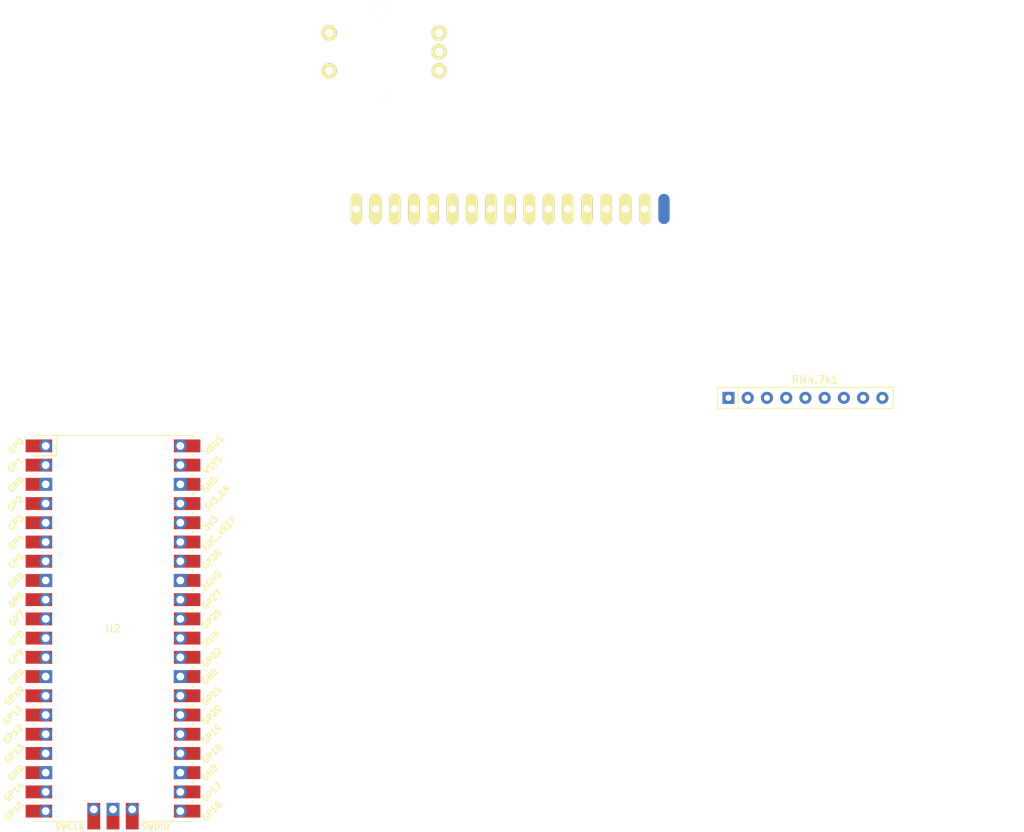
<source format=kicad_pcb>
(kicad_pcb (version 20211014) (generator pcbnew)
  (layers (0 "F.Cu" signal) (31 "B.Cu" signal) (34 "B.Paste" user) (35 "F.Paste" user) (36 "B.SilkS" user "B.Silkscreen") (37 "F.SilkS" user "F.Silkscreen") (38 "B.Mask" user) (39 "F.Mask" user) (44 "Edge.Cuts" user))
  (net 0 "")
  (net 7 "Net-(RV1-Pad3)")
  (net 8 "/LCD_RS")
  (net 9 "/LCD_E")
  (net 10 "/LCD_D4")
  (net 12 "/LCD_D5")
  (net 13 "/LCD_D6")
  (net 14 "/LCD_D7")
  (net 25 "/BTN1_GND")
  (net 26 "Net-(R1-Pad1)")
  (net 28 "/LCD_BG-")
  (net 35 "GND")
  (net 36 "+5V")
  (net 37 "/BTN8")
  (net 38 "/BTN7")
  (net 39 "/BTN6")
  (net 40 "/BTN5")
  (net 41 "/BTN8_LED_EN")
  (net 42 "+3V3")
  (footprint "tinkerforge:LCD-20x4" (layer "F.Cu") (at 162.56 83.82)
    (fp_text reference "U1")
    (fp_text value "LCD-20X4")
    (pad "" smd oval (at 1.64084 -27.50058) (size 1.50114 4.0005) (layers "B.Cu" "B.Paste" "B.Mask"))
    (pad "1" thru_hole oval (at -38.99916 -27.50058) (size 1.50114 4.0005) (drill 1.00076) (layers *.Cu *.Mask "F.SilkS") (net 35 "GND"))
    (pad "2" thru_hole oval (at -36.45916 -27.50058) (size 1.50114 4.0005) (drill 1.00076) (layers *.Cu *.Mask "F.SilkS") (net 36 "+5V"))
    (pad "3" thru_hole oval (at -33.91916 -27.50058) (size 1.50114 4.0005) (drill 1.00076) (layers *.Cu *.Mask "F.SilkS") (net 7 "Net-(RV1-Pad3)"))
    (pad "4" thru_hole oval (at -31.37916 -27.50058) (size 1.50114 4.0005) (drill 1.00076) (layers *.Cu *.Mask "F.SilkS") (net 8 "/LCD_RS"))
    (pad "5" thru_hole oval (at -28.83916 -27.50058) (size 1.50114 4.0005) (drill 1.00076) (layers *.Cu *.Mask "F.SilkS") (net 35 "GND"))
    (pad "6" thru_hole oval (at -26.29916 -27.50058) (size 1.50114 4.0005) (drill 1.00076) (layers *.Cu *.Mask "F.SilkS") (net 9 "/LCD_E"))
    (pad "7" thru_hole oval (at -23.75916 -27.50058) (size 1.50114 4.0005) (drill 1.00076) (layers *.Cu *.Mask "F.SilkS"))
    (pad "8" thru_hole oval (at -21.21916 -27.50058) (size 1.50114 4.0005) (drill 1.00076) (layers *.Cu *.Mask "F.SilkS"))
    (pad "9" thru_hole oval (at -18.67916 -27.50058) (size 1.50114 4.0005) (drill 1.00076) (layers *.Cu *.Mask "F.SilkS"))
    (pad "10" thru_hole oval (at -16.13916 -27.50058) (size 1.50114 4.0005) (drill 1.00076) (layers *.Cu *.Mask "F.SilkS"))
    (pad "11" thru_hole oval (at -13.59916 -27.50058) (size 1.50114 4.0005) (drill 1.00076) (layers *.Cu *.Mask "F.SilkS") (net 10 "/LCD_D4"))
    (pad "12" thru_hole oval (at -11.05916 -27.50058) (size 1.50114 4.0005) (drill 1.00076) (layers *.Cu *.Mask "F.SilkS") (net 12 "/LCD_D5"))
    (pad "13" thru_hole oval (at -8.51916 -27.50058) (size 1.50114 4.0005) (drill 1.00076) (layers *.Cu *.Mask "F.SilkS") (net 13 "/LCD_D6"))
    (pad "14" thru_hole oval (at -5.97916 -27.50058) (size 1.50114 4.0005) (drill 1.00076) (layers *.Cu *.Mask "F.SilkS") (net 14 "/LCD_D7"))
    (pad "15" thru_hole oval (at -3.43916 -27.50058) (size 1.50114 4.0005) (drill 1.00076) (layers *.Cu *.Mask "F.SilkS") (net 26 "Net-(R1-Pad1)"))
    (pad "16" thru_hole oval (at -0.89916 -27.50058) (size 1.50114 4.0005) (drill 1.00076) (layers *.Cu *.Mask "F.SilkS") (net 28 "/LCD_BG-"))
  )
  (footprint "tinkerforge:ROTARY_ENCODER" (layer "F.Cu") (at 127 35.56)
    (fp_text reference "U3")
    (fp_text value "ROTARY_ENCODER_MODULE")
    (pad "" np_thru_hole circle locked (at 0 5.6) (size 2.5 2.5) (drill 2.5) (layers *.Cu *.Mask "F.SilkS"))
    (pad "" np_thru_hole circle locked (at 0 -5.6) (size 2.5 2.5) (drill 2.5) (layers *.Cu *.Mask "F.SilkS"))
    (pad "A" thru_hole circle locked (at 7.5 2.5) (size 2 2) (drill 1.1) (layers *.Cu *.Mask "F.SilkS"))
    (pad "B" thru_hole circle locked (at 7.5 -2.5) (size 2 2) (drill 1.1) (layers *.Cu *.Mask "F.SilkS"))
    (pad "C" thru_hole circle locked (at 7.5 0) (size 2 2) (drill 1.1) (layers *.Cu *.Mask "F.SilkS"))
    (pad "SW1" thru_hole circle locked (at -7 -2.5) (size 2 2) (drill 1.1) (layers *.Cu *.Mask "F.SilkS"))
    (pad "SW2" thru_hole circle locked (at -7 2.5) (size 2 2) (drill 1.1) (layers *.Cu *.Mask "F.SilkS"))
  )
  (footprint "MCU_RaspberryPi_and_Boards:RPi_Pico_SMD_TH" (layer "F.Cu") (at 91.44 111.76)
    (fp_text reference "U2" (at 0 0) (layer "F.SilkS"))
    (fp_text value "Pico")
    (fp_text user "GP2" (at -12.9 -16.51 45) (layer "F.SilkS") (effects (font (size 0.8 0.8))))
    (fp_text user "ADC_VREF" (at 14 -12.5 45) (layer "F.SilkS") (effects (font (size 0.8 0.8))))
    (fp_text user "GP10" (at -13.054 8.89 45) (layer "F.SilkS") (effects (font (size 0.8 0.8))))
    (fp_text user "GND" (at -12.8 -6.35 45) (layer "F.SilkS") (effects (font (size 0.8 0.8))))
    (fp_text user "GP6" (at -12.8 -3.81 45) (layer "F.SilkS") (effects (font (size 0.8 0.8))))
    (fp_text user "GP21" (at 13.054 8.9 45) (layer "F.SilkS") (effects (font (size 0.8 0.8))))
    (fp_text user "3V3_EN" (at 13.7 -17.2 45) (layer "F.SilkS") (effects (font (size 0.8 0.8))))
    (fp_text user "GP28" (at 13.054 -9.144 45) (layer "F.SilkS") (effects (font (size 0.8 0.8))))
    (fp_text user "GP14" (at -13.1 21.59 45) (layer "F.SilkS") (effects (font (size 0.8 0.8))))
    (fp_text user "GP5" (at -12.8 -8.89 45) (layer "F.SilkS") (effects (font (size 0.8 0.8))))
    (fp_text user "GP1" (at -12.9 -21.6 45) (layer "F.SilkS") (effects (font (size 0.8 0.8))))
    (fp_text user "RUN" (at 13 1.27 45) (layer "F.SilkS") (effects (font (size 0.8 0.8))))
    (fp_text user "GP16" (at 13.054 24.13 45) (layer "F.SilkS") (effects (font (size 0.8 0.8))))
    (fp_text user "GP9" (at -12.8 3.81 45) (layer "F.SilkS") (effects (font (size 0.8 0.8))))
    (fp_text user "VSYS" (at 13.2 -21.59 45) (layer "F.SilkS") (effects (font (size 0.8 0.8))))
    (fp_text user "GP20" (at 13.054 11.43 45) (layer "F.SilkS") (effects (font (size 0.8 0.8))))
    (fp_text user "GND" (at -12.8 6.35 45) (layer "F.SilkS") (effects (font (size 0.8 0.8))))
    (fp_text user "VBUS" (at 13.3 -24.2 45) (layer "F.SilkS") (effects (font (size 0.8 0.8))))
    (fp_text user "GND" (at 12.8 6.35 45) (layer "F.SilkS") (effects (font (size 0.8 0.8))))
    (fp_text user "SWDIO" (at 5.6 26.2) (layer "F.SilkS") (effects (font (size 0.8 0.8))))
    (fp_text user "3V3" (at 12.9 -13.9 45) (layer "F.SilkS") (effects (font (size 0.8 0.8))))
    (fp_text user "GP4" (at -12.8 -11.43 45) (layer "F.SilkS") (effects (font (size 0.8 0.8))))
    (fp_text user "GP12" (at -13.2 13.97 45) (layer "F.SilkS") (effects (font (size 0.8 0.8))))
    (fp_text user "GP18" (at 13.054 16.51 45) (layer "F.SilkS") (effects (font (size 0.8 0.8))))
    (fp_text user "GP13" (at -13.054 16.51 45) (layer "F.SilkS") (effects (font (size 0.8 0.8))))
    (fp_text user "GND" (at -12.8 -19.05 45) (layer "F.SilkS") (effects (font (size 0.8 0.8))))
    (fp_text user "AGND" (at 13.054 -6.35 45) (layer "F.SilkS") (effects (font (size 0.8 0.8))))
    (fp_text user "GP8" (at -12.8 1.27 45) (layer "F.SilkS") (effects (font (size 0.8 0.8))))
    (fp_text user "GND" (at 12.8 19.05 45) (layer "F.SilkS") (effects (font (size 0.8 0.8))))
    (fp_text user "GP3" (at -12.8 -13.97 45) (layer "F.SilkS") (effects (font (size 0.8 0.8))))
    (fp_text user "GP7" (at -12.7 -1.3 45) (layer "F.SilkS") (effects (font (size 0.8 0.8))))
    (fp_text user "GP19" (at 13.054 13.97 45) (layer "F.SilkS") (effects (font (size 0.8 0.8))))
    (fp_text user "GP0" (at -12.8 -24.13 45) (layer "F.SilkS") (effects (font (size 0.8 0.8))))
    (fp_text user "GND" (at -12.8 19.05 45) (layer "F.SilkS") (effects (font (size 0.8 0.8))))
    (fp_text user "GP11" (at -13.2 11.43 45) (layer "F.SilkS") (effects (font (size 0.8 0.8))))
    (fp_text user "GP17" (at 13.054 21.59 45) (layer "F.SilkS") (effects (font (size 0.8 0.8))))
    (fp_text user "GP15" (at -13.054 24.13 45) (layer "F.SilkS") (effects (font (size 0.8 0.8))))
    (fp_text user "GP27" (at 13.054 -3.8 45) (layer "F.SilkS") (effects (font (size 0.8 0.8))))
    (fp_text user "GP26" (at 13.054 -1.27 45) (layer "F.SilkS") (effects (font (size 0.8 0.8))))
    (fp_text user "GP22" (at 13.054 3.81 45) (layer "F.SilkS") (effects (font (size 0.8 0.8))))
    (fp_text user "SWCLK" (at -5.7 26.2) (layer "F.SilkS") (effects (font (size 0.8 0.8))))
    (fp_text user "GND" (at 12.8 -19.05 45) (layer "F.SilkS") (effects (font (size 0.8 0.8))))
    (fp_line (start 10.5 20.1) (end 10.5 20.5) (layer "F.SilkS") (width 0.12))
    (fp_line (start -10.5 -15.4) (end -10.5 -15) (layer "F.SilkS") (width 0.12))
    (fp_line (start 10.5 -7.8) (end 10.5 -7.4) (layer "F.SilkS") (width 0.12))
    (fp_line (start -10.5 -25.5) (end 10.5 -25.5) (layer "F.SilkS") (width 0.12))
    (fp_line (start 10.5 2.3) (end 10.5 2.7) (layer "F.SilkS") (width 0.12))
    (fp_line (start -10.5 2.3) (end -10.5 2.7) (layer "F.SilkS") (width 0.12))
    (fp_line (start -10.5 -12.9) (end -10.5 -12.5) (layer "F.SilkS") (width 0.12))
    (fp_line (start 10.5 -15.4) (end 10.5 -15) (layer "F.SilkS") (width 0.12))
    (fp_line (start 10.5 -20.5) (end 10.5 -20.1) (layer "F.SilkS") (width 0.12))
    (fp_line (start 10.5 -0.2) (end 10.5 0.2) (layer "F.SilkS") (width 0.12))
    (fp_line (start 10.5 -5.3) (end 10.5 -4.9) (layer "F.SilkS") (width 0.12))
    (fp_line (start -1.5 25.5) (end -1.1 25.5) (layer "F.SilkS") (width 0.12))
    (fp_line (start 10.5 7.4) (end 10.5 7.8) (layer "F.SilkS") (width 0.12))
    (fp_line (start 10.5 22.7) (end 10.5 23.1) (layer "F.SilkS") (width 0.12))
    (fp_line (start 10.5 -10.4) (end 10.5 -10) (layer "F.SilkS") (width 0.12))
    (fp_line (start 10.5 -12.9) (end 10.5 -12.5) (layer "F.SilkS") (width 0.12))
    (fp_line (start -10.5 12.5) (end -10.5 12.9) (layer "F.SilkS") (width 0.12))
    (fp_line (start -10.5 -5.3) (end -10.5 -4.9) (layer "F.SilkS") (width 0.12))
    (fp_line (start -10.5 7.4) (end -10.5 7.8) (layer "F.SilkS") (width 0.12))
    (fp_line (start -10.5 -0.2) (end -10.5 0.2) (layer "F.SilkS") (width 0.12))
    (fp_line (start 10.5 10) (end 10.5 10.4) (layer "F.SilkS") (width 0.12))
    (fp_line (start 10.5 -25.5) (end 10.5 -25.2) (layer "F.SilkS") (width 0.12))
    (fp_line (start -10.5 20.1) (end -10.5 20.5) (layer "F.SilkS") (width 0.12))
    (fp_line (start -10.5 4.9) (end -10.5 5.3) (layer "F.SilkS") (width 0.12))
    (fp_line (start 10.5 15.1) (end 10.5 15.5) (layer "F.SilkS") (width 0.12))
    (fp_line (start -10.5 -2.7) (end -10.5 -2.3) (layer "F.SilkS") (width 0.12))
    (fp_line (start -3.7 25.5) (end -10.5 25.5) (layer "F.SilkS") (width 0.12))
    (fp_line (start -10.5 15.1) (end -10.5 15.5) (layer "F.SilkS") (width 0.12))
    (fp_line (start -10.5 -20.5) (end -10.5 -20.1) (layer "F.SilkS") (width 0.12))
    (fp_line (start -10.5 22.7) (end -10.5 23.1) (layer "F.SilkS") (width 0.12))
    (fp_line (start 10.5 25.5) (end 3.7 25.5) (layer "F.SilkS") (width 0.12))
    (fp_line (start -10.5 10) (end -10.5 10.4) (layer "F.SilkS") (width 0.12))
    (fp_line (start -10.5 -22.833) (end -7.493 -22.833) (layer "F.SilkS") (width 0.12))
    (fp_line (start -7.493 -22.833) (end -7.493 -25.5) (layer "F.SilkS") (width 0.12))
    (fp_line (start 10.5 12.5) (end 10.5 12.9) (layer "F.SilkS") (width 0.12))
    (fp_line (start -10.5 17.6) (end -10.5 18) (layer "F.SilkS") (width 0.12))
    (fp_line (start 10.5 17.6) (end 10.5 18) (layer "F.SilkS") (width 0.12))
    (fp_line (start -10.5 -10.4) (end -10.5 -10) (layer "F.SilkS") (width 0.12))
    (fp_line (start 10.5 -2.7) (end 10.5 -2.3) (layer "F.SilkS") (width 0.12))
    (fp_line (start -10.5 -18) (end -10.5 -17.6) (layer "F.SilkS") (width 0.12))
    (fp_line (start 10.5 -23.1) (end 10.5 -22.7) (layer "F.SilkS") (width 0.12))
    (fp_line (start 10.5 -18) (end 10.5 -17.6) (layer "F.SilkS") (width 0.12))
    (fp_line (start -10.5 -7.8) (end -10.5 -7.4) (layer "F.SilkS") (width 0.12))
    (fp_line (start 1.1 25.5) (end 1.5 25.5) (layer "F.SilkS") (width 0.12))
    (fp_line (start 10.5 4.9) (end 10.5 5.3) (layer "F.SilkS") (width 0.12))
    (fp_line (start -10.5 -23.1) (end -10.5 -22.7) (layer "F.SilkS") (width 0.12))
    (fp_line (start -10.5 -25.5) (end -10.5 -25.2) (layer "F.SilkS") (width 0.12))
    (pad "" np_thru_hole oval (at 2.725 -24) (size 1.8 1.8) (drill 1.8) (layers *.Cu *.Mask))
    (pad "" np_thru_hole oval (at 2.425 -20.97) (size 1.5 1.5) (drill 1.5) (layers *.Cu *.Mask))
    (pad "" np_thru_hole oval (at -2.425 -20.97) (size 1.5 1.5) (drill 1.5) (layers *.Cu *.Mask))
    (pad "" np_thru_hole oval (at -2.725 -24) (size 1.8 1.8) (drill 1.8) (layers *.Cu *.Mask))
    (pad "1" smd rect (at -8.89 -24.13) (size 3.5 1.7) (drill (offset -0.9 0)) (layers "F.Cu" "F.Mask"))
    (pad "1" thru_hole oval (at -8.89 -24.13) (size 1.7 1.7) (drill 1.02) (layers *.Cu *.Mask))
    (pad "2" thru_hole oval (at -8.89 -21.59) (size 1.7 1.7) (drill 1.02) (layers *.Cu *.Mask))
    (pad "2" smd rect (at -8.89 -21.59) (size 3.5 1.7) (drill (offset -0.9 0)) (layers "F.Cu" "F.Mask"))
    (pad "3" smd rect (at -8.89 -19.05) (size 3.5 1.7) (drill (offset -0.9 0)) (layers "F.Cu" "F.Mask"))
    (pad "3" thru_hole rect (at -8.89 -19.05) (size 1.7 1.7) (drill 1.02) (layers *.Cu *.Mask))
    (pad "4" thru_hole oval (at -8.89 -16.51) (size 1.7 1.7) (drill 1.02) (layers *.Cu *.Mask))
    (pad "4" smd rect (at -8.89 -16.51) (size 3.5 1.7) (drill (offset -0.9 0)) (layers "F.Cu" "F.Mask"))
    (pad "5" thru_hole oval (at -8.89 -13.97) (size 1.7 1.7) (drill 1.02) (layers *.Cu *.Mask))
    (pad "5" smd rect (at -8.89 -13.97) (size 3.5 1.7) (drill (offset -0.9 0)) (layers "F.Cu" "F.Mask"))
    (pad "6" smd rect (at -8.89 -11.43) (size 3.5 1.7) (drill (offset -0.9 0)) (layers "F.Cu" "F.Mask"))
    (pad "6" thru_hole oval (at -8.89 -11.43) (size 1.7 1.7) (drill 1.02) (layers *.Cu *.Mask))
    (pad "7" smd rect (at -8.89 -8.89) (size 3.5 1.7) (drill (offset -0.9 0)) (layers "F.Cu" "F.Mask"))
    (pad "7" thru_hole oval (at -8.89 -8.89) (size 1.7 1.7) (drill 1.02) (layers *.Cu *.Mask))
    (pad "8" smd rect (at -8.89 -6.35) (size 3.5 1.7) (drill (offset -0.9 0)) (layers "F.Cu" "F.Mask"))
    (pad "8" thru_hole rect (at -8.89 -6.35) (size 1.7 1.7) (drill 1.02) (layers *.Cu *.Mask))
    (pad "9" smd rect (at -8.89 -3.81) (size 3.5 1.7) (drill (offset -0.9 0)) (layers "F.Cu" "F.Mask"))
    (pad "9" thru_hole oval (at -8.89 -3.81) (size 1.7 1.7) (drill 1.02) (layers *.Cu *.Mask))
    (pad "10" thru_hole oval (at -8.89 -1.27) (size 1.7 1.7) (drill 1.02) (layers *.Cu *.Mask))
    (pad "10" smd rect (at -8.89 -1.27) (size 3.5 1.7) (drill (offset -0.9 0)) (layers "F.Cu" "F.Mask"))
    (pad "11" thru_hole oval (at -8.89 1.27) (size 1.7 1.7) (drill 1.02) (layers *.Cu *.Mask))
    (pad "11" smd rect (at -8.89 1.27) (size 3.5 1.7) (drill (offset -0.9 0)) (layers "F.Cu" "F.Mask"))
    (pad "12" thru_hole oval (at -8.89 3.81) (size 1.7 1.7) (drill 1.02) (layers *.Cu *.Mask))
    (pad "12" smd rect (at -8.89 3.81) (size 3.5 1.7) (drill (offset -0.9 0)) (layers "F.Cu" "F.Mask"))
    (pad "13" smd rect (at -8.89 6.35) (size 3.5 1.7) (drill (offset -0.9 0)) (layers "F.Cu" "F.Mask"))
    (pad "13" thru_hole rect (at -8.89 6.35) (size 1.7 1.7) (drill 1.02) (layers *.Cu *.Mask))
    (pad "14" thru_hole oval (at -8.89 8.89) (size 1.7 1.7) (drill 1.02) (layers *.Cu *.Mask) (net 40 "/BTN5"))
    (pad "14" smd rect (at -8.89 8.89) (size 3.5 1.7) (drill (offset -0.9 0)) (layers "F.Cu" "F.Mask") (net 40 "/BTN5"))
    (pad "15" thru_hole oval (at -8.89 11.43) (size 1.7 1.7) (drill 1.02) (layers *.Cu *.Mask) (net 39 "/BTN6"))
    (pad "15" smd rect (at -8.89 11.43) (size 3.5 1.7) (drill (offset -0.9 0)) (layers "F.Cu" "F.Mask") (net 39 "/BTN6"))
    (pad "16" smd rect (at -8.89 13.97) (size 3.5 1.7) (drill (offset -0.9 0)) (layers "F.Cu" "F.Mask") (net 38 "/BTN7"))
    (pad "16" thru_hole oval (at -8.89 13.97) (size 1.7 1.7) (drill 1.02) (layers *.Cu *.Mask) (net 38 "/BTN7"))
    (pad "17" thru_hole oval (at -8.89 16.51) (size 1.7 1.7) (drill 1.02) (layers *.Cu *.Mask) (net 37 "/BTN8"))
    (pad "17" smd rect (at -8.89 16.51) (size 3.5 1.7) (drill (offset -0.9 0)) (layers "F.Cu" "F.Mask") (net 37 "/BTN8"))
    (pad "18" thru_hole rect (at -8.89 19.05) (size 1.7 1.7) (drill 1.02) (layers *.Cu *.Mask))
    (pad "18" smd rect (at -8.89 19.05) (size 3.5 1.7) (drill (offset -0.9 0)) (layers "F.Cu" "F.Mask"))
    (pad "19" smd rect (at -8.89 21.59) (size 3.5 1.7) (drill (offset -0.9 0)) (layers "F.Cu" "F.Mask"))
    (pad "19" thru_hole oval (at -8.89 21.59) (size 1.7 1.7) (drill 1.02) (layers *.Cu *.Mask))
    (pad "20" smd rect (at -8.89 24.13) (size 3.5 1.7) (drill (offset -0.9 0)) (layers "F.Cu" "F.Mask") (net 41 "/BTN8_LED_EN"))
    (pad "20" thru_hole oval (at -8.89 24.13) (size 1.7 1.7) (drill 1.02) (layers *.Cu *.Mask) (net 41 "/BTN8_LED_EN"))
    (pad "21" thru_hole oval (at 8.89 24.13) (size 1.7 1.7) (drill 1.02) (layers *.Cu *.Mask))
    (pad "21" smd rect (at 8.89 24.13) (size 3.5 1.7) (drill (offset 0.9 0)) (layers "F.Cu" "F.Mask"))
    (pad "22" smd rect (at 8.89 21.59) (size 3.5 1.7) (drill (offset 0.9 0)) (layers "F.Cu" "F.Mask"))
    (pad "22" thru_hole oval (at 8.89 21.59) (size 1.7 1.7) (drill 1.02) (layers *.Cu *.Mask))
    (pad "23" smd rect (at 8.89 19.05) (size 3.5 1.7) (drill (offset 0.9 0)) (layers "F.Cu" "F.Mask"))
    (pad "23" thru_hole rect (at 8.89 19.05) (size 1.7 1.7) (drill 1.02) (layers *.Cu *.Mask))
    (pad "24" thru_hole oval (at 8.89 16.51) (size 1.7 1.7) (drill 1.02) (layers *.Cu *.Mask))
    (pad "24" smd rect (at 8.89 16.51) (size 3.5 1.7) (drill (offset 0.9 0)) (layers "F.Cu" "F.Mask"))
    (pad "25" thru_hole oval (at 8.89 13.97) (size 1.7 1.7) (drill 1.02) (layers *.Cu *.Mask))
    (pad "25" smd rect (at 8.89 13.97) (size 3.5 1.7) (drill (offset 0.9 0)) (layers "F.Cu" "F.Mask"))
    (pad "26" smd rect (at 8.89 11.43) (size 3.5 1.7) (drill (offset 0.9 0)) (layers "F.Cu" "F.Mask"))
    (pad "26" thru_hole oval (at 8.89 11.43) (size 1.7 1.7) (drill 1.02) (layers *.Cu *.Mask))
    (pad "27" smd rect (at 8.89 8.89) (size 3.5 1.7) (drill (offset 0.9 0)) (layers "F.Cu" "F.Mask"))
    (pad "27" thru_hole oval (at 8.89 8.89) (size 1.7 1.7) (drill 1.02) (layers *.Cu *.Mask))
    (pad "28" smd rect (at 8.89 6.35) (size 3.5 1.7) (drill (offset 0.9 0)) (layers "F.Cu" "F.Mask") (net 35 "GND"))
    (pad "28" thru_hole rect (at 8.89 6.35) (size 1.7 1.7) (drill 1.02) (layers *.Cu *.Mask) (net 35 "GND"))
    (pad "29" smd rect (at 8.89 3.81) (size 3.5 1.7) (drill (offset 0.9 0)) (layers "F.Cu" "F.Mask"))
    (pad "29" thru_hole oval (at 8.89 3.81) (size 1.7 1.7) (drill 1.02) (layers *.Cu *.Mask))
    (pad "30" smd rect (at 8.89 1.27) (size 3.5 1.7) (drill (offset 0.9 0)) (layers "F.Cu" "F.Mask"))
    (pad "30" thru_hole oval (at 8.89 1.27) (size 1.7 1.7) (drill 1.02) (layers *.Cu *.Mask))
    (pad "31" thru_hole oval (at 8.89 -1.27) (size 1.7 1.7) (drill 1.02) (layers *.Cu *.Mask))
    (pad "31" smd rect (at 8.89 -1.27) (size 3.5 1.7) (drill (offset 0.9 0)) (layers "F.Cu" "F.Mask"))
    (pad "32" smd rect (at 8.89 -3.81) (size 3.5 1.7) (drill (offset 0.9 0)) (layers "F.Cu" "F.Mask"))
    (pad "32" thru_hole oval (at 8.89 -3.81) (size 1.7 1.7) (drill 1.02) (layers *.Cu *.Mask))
    (pad "33" thru_hole rect (at 8.89 -6.35) (size 1.7 1.7) (drill 1.02) (layers *.Cu *.Mask))
    (pad "33" smd rect (at 8.89 -6.35) (size 3.5 1.7) (drill (offset 0.9 0)) (layers "F.Cu" "F.Mask"))
    (pad "34" smd rect (at 8.89 -8.89) (size 3.5 1.7) (drill (offset 0.9 0)) (layers "F.Cu" "F.Mask"))
    (pad "34" thru_hole oval (at 8.89 -8.89) (size 1.7 1.7) (drill 1.02) (layers *.Cu *.Mask))
    (pad "35" thru_hole oval (at 8.89 -11.43) (size 1.7 1.7) (drill 1.02) (layers *.Cu *.Mask))
    (pad "35" smd rect (at 8.89 -11.43) (size 3.5 1.7) (drill (offset 0.9 0)) (layers "F.Cu" "F.Mask"))
    (pad "36" thru_hole oval (at 8.89 -13.97) (size 1.7 1.7) (drill 1.02) (layers *.Cu *.Mask) (net 42 "+3V3"))
    (pad "36" smd rect (at 8.89 -13.97) (size 3.5 1.7) (drill (offset 0.9 0)) (layers "F.Cu" "F.Mask") (net 42 "+3V3"))
    (pad "37" thru_hole oval (at 8.89 -16.51) (size 1.7 1.7) (drill 1.02) (layers *.Cu *.Mask))
    (pad "37" smd rect (at 8.89 -16.51) (size 3.5 1.7) (drill (offset 0.9 0)) (layers "F.Cu" "F.Mask"))
    (pad "38" thru_hole rect (at 8.89 -19.05) (size 1.7 1.7) (drill 1.02) (layers *.Cu *.Mask))
    (pad "38" smd rect (at 8.89 -19.05) (size 3.5 1.7) (drill (offset 0.9 0)) (layers "F.Cu" "F.Mask"))
    (pad "39" smd rect (at 8.89 -21.59) (size 3.5 1.7) (drill (offset 0.9 0)) (layers "F.Cu" "F.Mask"))
    (pad "39" thru_hole oval (at 8.89 -21.59) (size 1.7 1.7) (drill 1.02) (layers *.Cu *.Mask))
    (pad "40" smd rect (at 8.89 -24.13) (size 3.5 1.7) (drill (offset 0.9 0)) (layers "F.Cu" "F.Mask") (net 36 "+5V"))
    (pad "40" thru_hole oval (at 8.89 -24.13) (size 1.7 1.7) (drill 1.02) (layers *.Cu *.Mask) (net 36 "+5V"))
    (pad "41" thru_hole oval (at -2.54 23.9) (size 1.7 1.7) (drill 1.02) (layers *.Cu *.Mask))
    (pad "41" smd rect (at -2.54 23.9 90) (size 3.5 1.7) (drill (offset -0.9 0)) (layers "F.Cu" "F.Mask"))
    (pad "42" smd rect (at 0 23.9 90) (size 3.5 1.7) (drill (offset -0.9 0)) (layers "F.Cu" "F.Mask"))
    (pad "42" thru_hole rect (at 0 23.9) (size 1.7 1.7) (drill 1.02) (layers *.Cu *.Mask))
    (pad "43" smd rect (at 2.54 23.9 90) (size 3.5 1.7) (drill (offset -0.9 0)) (layers "F.Cu" "F.Mask"))
    (pad "43" thru_hole oval (at 2.54 23.9) (size 1.7 1.7) (drill 1.02) (layers *.Cu *.Mask))
  )
  (footprint "Resistor_THT:R_Array_SIP9" (layer "F.Cu") (at 172.72 81.28)
    (fp_text reference "RN4.7k1" (at 11.43 -2.4) (layer "F.SilkS"))
    (fp_text value "R_Network08")
    (fp_line (start 21.76 -1.4) (end -1.44 -1.4) (layer "F.SilkS") (width 0.12))
    (fp_line (start 21.76 1.4) (end 21.76 -1.4) (layer "F.SilkS") (width 0.12))
    (fp_line (start 1.27 -1.4) (end 1.27 1.4) (layer "F.SilkS") (width 0.12))
    (fp_line (start -1.44 1.4) (end 21.76 1.4) (layer "F.SilkS") (width 0.12))
    (fp_line (start -1.44 -1.4) (end -1.44 1.4) (layer "F.SilkS") (width 0.12))
    (pad "1" thru_hole rect (at 0 0) (size 1.6 1.6) (drill 0.8) (layers *.Cu *.Mask))
    (pad "2" thru_hole oval (at 2.54 0) (size 1.6 1.6) (drill 0.8) (layers *.Cu *.Mask))
    (pad "3" thru_hole oval (at 5.08 0) (size 1.6 1.6) (drill 0.8) (layers *.Cu *.Mask))
    (pad "4" thru_hole oval (at 7.62 0) (size 1.6 1.6) (drill 0.8) (layers *.Cu *.Mask))
    (pad "5" thru_hole oval (at 10.16 0) (size 1.6 1.6) (drill 0.8) (layers *.Cu *.Mask))
    (pad "6" thru_hole oval (at 12.7 0) (size 1.6 1.6) (drill 0.8) (layers *.Cu *.Mask))
    (pad "7" thru_hole oval (at 15.24 0) (size 1.6 1.6) (drill 0.8) (layers *.Cu *.Mask))
    (pad "8" thru_hole oval (at 17.78 0) (size 1.6 1.6) (drill 0.8) (layers *.Cu *.Mask))
    (pad "9" thru_hole oval (at 20.32 0) (size 1.6 1.6) (drill 0.8) (layers *.Cu *.Mask) (net 25 "/BTN1_GND"))
  )
)
</source>
